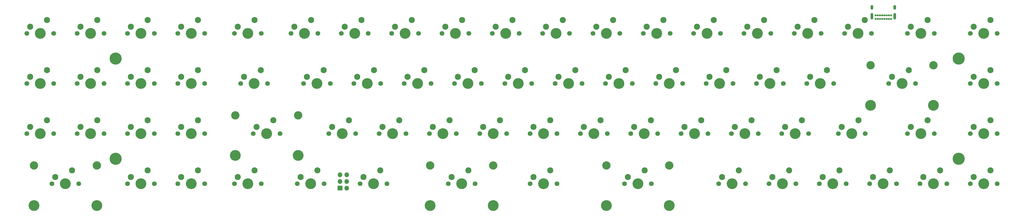
<source format=gbr>
G04 #@! TF.GenerationSoftware,KiCad,Pcbnew,(5.1.12)-1*
G04 #@! TF.CreationDate,2021-12-20T16:37:03-08:00*
G04 #@! TF.ProjectId,logboi,6c6f6762-6f69-42e6-9b69-6361645f7063,rev?*
G04 #@! TF.SameCoordinates,Original*
G04 #@! TF.FileFunction,Soldermask,Top*
G04 #@! TF.FilePolarity,Negative*
%FSLAX46Y46*%
G04 Gerber Fmt 4.6, Leading zero omitted, Abs format (unit mm)*
G04 Created by KiCad (PCBNEW (5.1.12)-1) date 2021-12-20 16:37:03*
%MOMM*%
%LPD*%
G01*
G04 APERTURE LIST*
%ADD10C,3.152000*%
%ADD11C,4.102000*%
%ADD12C,1.802000*%
%ADD13C,2.302000*%
%ADD14C,4.602000*%
%ADD15C,0.752000*%
%ADD16O,1.002000X2.502000*%
%ADD17O,1.002000X1.802000*%
%ADD18O,1.802000X1.802000*%
%ADD19C,0.100000*%
G04 APERTURE END LIST*
D10*
X368177500Y-41895000D03*
X344377500Y-41895000D03*
D11*
X344377500Y-57135000D03*
X368177500Y-57135000D03*
D12*
X361357500Y-48895000D03*
X351197500Y-48895000D03*
D11*
X356277500Y-48895000D03*
D13*
X352467500Y-46355000D03*
X358817500Y-43815000D03*
D10*
X268165000Y-79995000D03*
X244365000Y-79995000D03*
D11*
X244365000Y-95235000D03*
X268165000Y-95235000D03*
D12*
X261345000Y-86995000D03*
X251185000Y-86995000D03*
D11*
X256265000Y-86995000D03*
D13*
X252455000Y-84455000D03*
X258805000Y-81915000D03*
D12*
X368501250Y-67945000D03*
X358341250Y-67945000D03*
D11*
X363421250Y-67945000D03*
D13*
X359611250Y-65405000D03*
X365961250Y-62865000D03*
D12*
X368501250Y-29845000D03*
X358341250Y-29845000D03*
D11*
X363421250Y-29845000D03*
D13*
X359611250Y-27305000D03*
X365961250Y-24765000D03*
D14*
X377708750Y-77470000D03*
X58621250Y-39370000D03*
X58621250Y-77470000D03*
X377708750Y-39370000D03*
D12*
X292301250Y-48895000D03*
X282141250Y-48895000D03*
D11*
X287221250Y-48895000D03*
D13*
X283411250Y-46355000D03*
X289761250Y-43815000D03*
D15*
X347909550Y-24286400D03*
X346209550Y-24286400D03*
X347059550Y-24286400D03*
X348759550Y-24286400D03*
X349609550Y-24286400D03*
X350459550Y-24286400D03*
X351309550Y-24286400D03*
X352159550Y-24286400D03*
X346209550Y-22961400D03*
X347064550Y-22961400D03*
X347914550Y-22961400D03*
X348764550Y-22961400D03*
X349614550Y-22961400D03*
X350464550Y-22961400D03*
X351314550Y-22961400D03*
X352164550Y-22961400D03*
D16*
X344859550Y-23306400D03*
X353509550Y-23306400D03*
D17*
X344859550Y-19926400D03*
X353509550Y-19926400D03*
D12*
X137520000Y-86995000D03*
X127360000Y-86995000D03*
D11*
X132440000Y-86995000D03*
D13*
X128630000Y-84455000D03*
X134980000Y-81915000D03*
D10*
X127671250Y-60945000D03*
X103871250Y-60945000D03*
D11*
X103871250Y-76185000D03*
X127671250Y-76185000D03*
D12*
X120851250Y-67945000D03*
X110691250Y-67945000D03*
D11*
X115771250Y-67945000D03*
D13*
X111961250Y-65405000D03*
X118311250Y-62865000D03*
D12*
X116088750Y-48895000D03*
X105928750Y-48895000D03*
D11*
X111008750Y-48895000D03*
D13*
X107198750Y-46355000D03*
X113548750Y-43815000D03*
D12*
X113707500Y-29845000D03*
X103547500Y-29845000D03*
D11*
X108627500Y-29845000D03*
D13*
X104817500Y-27305000D03*
X111167500Y-24765000D03*
D12*
X230388750Y-29845000D03*
X220228750Y-29845000D03*
D11*
X225308750Y-29845000D03*
D13*
X221498750Y-27305000D03*
X227848750Y-24765000D03*
D12*
X225626250Y-86995000D03*
X215466250Y-86995000D03*
D11*
X220546250Y-86995000D03*
D13*
X216736250Y-84455000D03*
X223086250Y-81915000D03*
D10*
X201490000Y-79995000D03*
X177690000Y-79995000D03*
D11*
X177690000Y-95235000D03*
X201490000Y-95235000D03*
D12*
X194670000Y-86995000D03*
X184510000Y-86995000D03*
D11*
X189590000Y-86995000D03*
D13*
X185780000Y-84455000D03*
X192130000Y-81915000D03*
D12*
X392313750Y-86995000D03*
X382153750Y-86995000D03*
D11*
X387233750Y-86995000D03*
D13*
X383423750Y-84455000D03*
X389773750Y-81915000D03*
D12*
X392313750Y-67945000D03*
X382153750Y-67945000D03*
D11*
X387233750Y-67945000D03*
D13*
X383423750Y-65405000D03*
X389773750Y-62865000D03*
D12*
X392313750Y-48895000D03*
X382153750Y-48895000D03*
D11*
X387233750Y-48895000D03*
D13*
X383423750Y-46355000D03*
X389773750Y-43815000D03*
D12*
X392313750Y-29845000D03*
X382153750Y-29845000D03*
D11*
X387233750Y-29845000D03*
D13*
X383423750Y-27305000D03*
X389773750Y-24765000D03*
D12*
X35126250Y-29845000D03*
X24966250Y-29845000D03*
D11*
X30046250Y-29845000D03*
D13*
X26236250Y-27305000D03*
X32586250Y-24765000D03*
D12*
X54176250Y-29845000D03*
X44016250Y-29845000D03*
D11*
X49096250Y-29845000D03*
D13*
X45286250Y-27305000D03*
X51636250Y-24765000D03*
D12*
X73226250Y-29845000D03*
X63066250Y-29845000D03*
D11*
X68146250Y-29845000D03*
D13*
X64336250Y-27305000D03*
X70686250Y-24765000D03*
D12*
X92276250Y-29845000D03*
X82116250Y-29845000D03*
D11*
X87196250Y-29845000D03*
D13*
X83386250Y-27305000D03*
X89736250Y-24765000D03*
D12*
X135138750Y-29845000D03*
X124978750Y-29845000D03*
D11*
X130058750Y-29845000D03*
D13*
X126248750Y-27305000D03*
X132598750Y-24765000D03*
D12*
X154188750Y-29845000D03*
X144028750Y-29845000D03*
D11*
X149108750Y-29845000D03*
D13*
X145298750Y-27305000D03*
X151648750Y-24765000D03*
D12*
X173238750Y-29845000D03*
X163078750Y-29845000D03*
D11*
X168158750Y-29845000D03*
D13*
X164348750Y-27305000D03*
X170698750Y-24765000D03*
D12*
X192288750Y-29845000D03*
X182128750Y-29845000D03*
D11*
X187208750Y-29845000D03*
D13*
X183398750Y-27305000D03*
X189748750Y-24765000D03*
D12*
X211338750Y-29845000D03*
X201178750Y-29845000D03*
D11*
X206258750Y-29845000D03*
D13*
X202448750Y-27305000D03*
X208798750Y-24765000D03*
D12*
X249438750Y-29845000D03*
X239278750Y-29845000D03*
D11*
X244358750Y-29845000D03*
D13*
X240548750Y-27305000D03*
X246898750Y-24765000D03*
D12*
X268488750Y-29845000D03*
X258328750Y-29845000D03*
D11*
X263408750Y-29845000D03*
D13*
X259598750Y-27305000D03*
X265948750Y-24765000D03*
D12*
X287538750Y-29845000D03*
X277378750Y-29845000D03*
D11*
X282458750Y-29845000D03*
D13*
X278648750Y-27305000D03*
X284998750Y-24765000D03*
D12*
X306588750Y-29845000D03*
X296428750Y-29845000D03*
D11*
X301508750Y-29845000D03*
D13*
X297698750Y-27305000D03*
X304048750Y-24765000D03*
D12*
X325638750Y-29845000D03*
X315478750Y-29845000D03*
D11*
X320558750Y-29845000D03*
D13*
X316748750Y-27305000D03*
X323098750Y-24765000D03*
D12*
X344688750Y-29845000D03*
X334528750Y-29845000D03*
D11*
X339608750Y-29845000D03*
D13*
X335798750Y-27305000D03*
X342148750Y-24765000D03*
D12*
X35126250Y-48895000D03*
X24966250Y-48895000D03*
D11*
X30046250Y-48895000D03*
D13*
X26236250Y-46355000D03*
X32586250Y-43815000D03*
D12*
X54176250Y-48895000D03*
X44016250Y-48895000D03*
D11*
X49096250Y-48895000D03*
D13*
X45286250Y-46355000D03*
X51636250Y-43815000D03*
D12*
X73226250Y-48895000D03*
X63066250Y-48895000D03*
D11*
X68146250Y-48895000D03*
D13*
X64336250Y-46355000D03*
X70686250Y-43815000D03*
D12*
X92276250Y-48895000D03*
X82116250Y-48895000D03*
D11*
X87196250Y-48895000D03*
D13*
X83386250Y-46355000D03*
X89736250Y-43815000D03*
D12*
X139901250Y-48895000D03*
X129741250Y-48895000D03*
D11*
X134821250Y-48895000D03*
D13*
X131011250Y-46355000D03*
X137361250Y-43815000D03*
D12*
X158951250Y-48895000D03*
X148791250Y-48895000D03*
D11*
X153871250Y-48895000D03*
D13*
X150061250Y-46355000D03*
X156411250Y-43815000D03*
D12*
X178001250Y-48895000D03*
X167841250Y-48895000D03*
D11*
X172921250Y-48895000D03*
D13*
X169111250Y-46355000D03*
X175461250Y-43815000D03*
D12*
X197051250Y-48895000D03*
X186891250Y-48895000D03*
D11*
X191971250Y-48895000D03*
D13*
X188161250Y-46355000D03*
X194511250Y-43815000D03*
D12*
X216101250Y-48895000D03*
X205941250Y-48895000D03*
D11*
X211021250Y-48895000D03*
D13*
X207211250Y-46355000D03*
X213561250Y-43815000D03*
D12*
X235151250Y-48895000D03*
X224991250Y-48895000D03*
D11*
X230071250Y-48895000D03*
D13*
X226261250Y-46355000D03*
X232611250Y-43815000D03*
D12*
X254201250Y-48895000D03*
X244041250Y-48895000D03*
D11*
X249121250Y-48895000D03*
D13*
X245311250Y-46355000D03*
X251661250Y-43815000D03*
D12*
X273251250Y-48895000D03*
X263091250Y-48895000D03*
D11*
X268171250Y-48895000D03*
D13*
X264361250Y-46355000D03*
X270711250Y-43815000D03*
D12*
X311351250Y-48895000D03*
X301191250Y-48895000D03*
D11*
X306271250Y-48895000D03*
D13*
X302461250Y-46355000D03*
X308811250Y-43815000D03*
D12*
X330401250Y-48895000D03*
X320241250Y-48895000D03*
D11*
X325321250Y-48895000D03*
D13*
X321511250Y-46355000D03*
X327861250Y-43815000D03*
D12*
X35126250Y-67945000D03*
X24966250Y-67945000D03*
D11*
X30046250Y-67945000D03*
D13*
X26236250Y-65405000D03*
X32586250Y-62865000D03*
D12*
X54176250Y-67945000D03*
X44016250Y-67945000D03*
D11*
X49096250Y-67945000D03*
D13*
X45286250Y-65405000D03*
X51636250Y-62865000D03*
D12*
X73226250Y-67945000D03*
X63066250Y-67945000D03*
D11*
X68146250Y-67945000D03*
D13*
X64336250Y-65405000D03*
X70686250Y-62865000D03*
D12*
X92276250Y-67945000D03*
X82116250Y-67945000D03*
D11*
X87196250Y-67945000D03*
D13*
X83386250Y-65405000D03*
X89736250Y-62865000D03*
D12*
X149426250Y-67945000D03*
X139266250Y-67945000D03*
D11*
X144346250Y-67945000D03*
D13*
X140536250Y-65405000D03*
X146886250Y-62865000D03*
D12*
X168476250Y-67945000D03*
X158316250Y-67945000D03*
D11*
X163396250Y-67945000D03*
D13*
X159586250Y-65405000D03*
X165936250Y-62865000D03*
D12*
X187526250Y-67945000D03*
X177366250Y-67945000D03*
D11*
X182446250Y-67945000D03*
D13*
X178636250Y-65405000D03*
X184986250Y-62865000D03*
D12*
X206576250Y-67945000D03*
X196416250Y-67945000D03*
D11*
X201496250Y-67945000D03*
D13*
X197686250Y-65405000D03*
X204036250Y-62865000D03*
D12*
X225626250Y-67945000D03*
X215466250Y-67945000D03*
D11*
X220546250Y-67945000D03*
D13*
X216736250Y-65405000D03*
X223086250Y-62865000D03*
D12*
X244676250Y-67945000D03*
X234516250Y-67945000D03*
D11*
X239596250Y-67945000D03*
D13*
X235786250Y-65405000D03*
X242136250Y-62865000D03*
D12*
X263726250Y-67945000D03*
X253566250Y-67945000D03*
D11*
X258646250Y-67945000D03*
D13*
X254836250Y-65405000D03*
X261186250Y-62865000D03*
D12*
X282776250Y-67945000D03*
X272616250Y-67945000D03*
D11*
X277696250Y-67945000D03*
D13*
X273886250Y-65405000D03*
X280236250Y-62865000D03*
D12*
X301826250Y-67945000D03*
X291666250Y-67945000D03*
D11*
X296746250Y-67945000D03*
D13*
X292936250Y-65405000D03*
X299286250Y-62865000D03*
D12*
X320876250Y-67945000D03*
X310716250Y-67945000D03*
D11*
X315796250Y-67945000D03*
D13*
X311986250Y-65405000D03*
X318336250Y-62865000D03*
D12*
X342307500Y-67945000D03*
X332147500Y-67945000D03*
D11*
X337227500Y-67945000D03*
D13*
X333417500Y-65405000D03*
X339767500Y-62865000D03*
D10*
X51471250Y-79995000D03*
X27671250Y-79995000D03*
D11*
X27671250Y-95235000D03*
X51471250Y-95235000D03*
D12*
X44651250Y-86995000D03*
X34491250Y-86995000D03*
D11*
X39571250Y-86995000D03*
D13*
X35761250Y-84455000D03*
X42111250Y-81915000D03*
D12*
X73226250Y-86995000D03*
X63066250Y-86995000D03*
D11*
X68146250Y-86995000D03*
D13*
X64336250Y-84455000D03*
X70686250Y-81915000D03*
D12*
X92276250Y-86995000D03*
X82116250Y-86995000D03*
D11*
X87196250Y-86995000D03*
D13*
X83386250Y-84455000D03*
X89736250Y-81915000D03*
D12*
X113707500Y-86995000D03*
X103547500Y-86995000D03*
D11*
X108627500Y-86995000D03*
D13*
X104817500Y-84455000D03*
X111167500Y-81915000D03*
D12*
X161332500Y-86995000D03*
X151172500Y-86995000D03*
D11*
X156252500Y-86995000D03*
D13*
X152442500Y-84455000D03*
X158792500Y-81915000D03*
D12*
X297063750Y-86995000D03*
X286903750Y-86995000D03*
D11*
X291983750Y-86995000D03*
D13*
X288173750Y-84455000D03*
X294523750Y-81915000D03*
D12*
X316113750Y-86995000D03*
X305953750Y-86995000D03*
D11*
X311033750Y-86995000D03*
D13*
X307223750Y-84455000D03*
X313573750Y-81915000D03*
D12*
X335163750Y-86995000D03*
X325003750Y-86995000D03*
D11*
X330083750Y-86995000D03*
D13*
X326273750Y-84455000D03*
X332623750Y-81915000D03*
D12*
X354213750Y-86995000D03*
X344053750Y-86995000D03*
D11*
X349133750Y-86995000D03*
D13*
X345323750Y-84455000D03*
X351673750Y-81915000D03*
D12*
X373263750Y-86995000D03*
X363103750Y-86995000D03*
D11*
X368183750Y-86995000D03*
D13*
X364373750Y-84455000D03*
X370723750Y-81915000D03*
D18*
X146069050Y-83566000D03*
X143529050Y-83566000D03*
X146069050Y-86106000D03*
X143529050Y-86106000D03*
X146069050Y-88646000D03*
G36*
G01*
X142628050Y-89496000D02*
X142628050Y-87796000D01*
G75*
G02*
X142679050Y-87745000I51000J0D01*
G01*
X144379050Y-87745000D01*
G75*
G02*
X144430050Y-87796000I0J-51000D01*
G01*
X144430050Y-89496000D01*
G75*
G02*
X144379050Y-89547000I-51000J0D01*
G01*
X142679050Y-89547000D01*
G75*
G02*
X142628050Y-89496000I0J51000D01*
G01*
G37*
D19*
G36*
X347386060Y-24097951D02*
G01*
X347397584Y-24111993D01*
X347416221Y-24127288D01*
X347437484Y-24138653D01*
X347460559Y-24145653D01*
X347484550Y-24148016D01*
X347508542Y-24145653D01*
X347531616Y-24138653D01*
X347552880Y-24127288D01*
X347571517Y-24111992D01*
X347583040Y-24097951D01*
X347584912Y-24097247D01*
X347586458Y-24098516D01*
X347586249Y-24100331D01*
X347579721Y-24110102D01*
X347551664Y-24177835D01*
X347537361Y-24249745D01*
X347537361Y-24323055D01*
X347551664Y-24394965D01*
X347579721Y-24462698D01*
X347586249Y-24472469D01*
X347586380Y-24474465D01*
X347584717Y-24475576D01*
X347583040Y-24474849D01*
X347571516Y-24460807D01*
X347552879Y-24445512D01*
X347531616Y-24434147D01*
X347508541Y-24427147D01*
X347484550Y-24424784D01*
X347460558Y-24427147D01*
X347437484Y-24434147D01*
X347416220Y-24445512D01*
X347397583Y-24460808D01*
X347386060Y-24474849D01*
X347384188Y-24475553D01*
X347382642Y-24474284D01*
X347382851Y-24472469D01*
X347389379Y-24462698D01*
X347417436Y-24394965D01*
X347431739Y-24323055D01*
X347431739Y-24249745D01*
X347417436Y-24177835D01*
X347389379Y-24110102D01*
X347382851Y-24100331D01*
X347382720Y-24098335D01*
X347384383Y-24097224D01*
X347386060Y-24097951D01*
G37*
G36*
X348236060Y-24097951D02*
G01*
X348247584Y-24111993D01*
X348266221Y-24127288D01*
X348287484Y-24138653D01*
X348310559Y-24145653D01*
X348334550Y-24148016D01*
X348358542Y-24145653D01*
X348381616Y-24138653D01*
X348402880Y-24127288D01*
X348421517Y-24111992D01*
X348433040Y-24097951D01*
X348434912Y-24097247D01*
X348436458Y-24098516D01*
X348436249Y-24100331D01*
X348429721Y-24110102D01*
X348401664Y-24177835D01*
X348387361Y-24249745D01*
X348387361Y-24323055D01*
X348401664Y-24394965D01*
X348429721Y-24462698D01*
X348436249Y-24472469D01*
X348436380Y-24474465D01*
X348434717Y-24475576D01*
X348433040Y-24474849D01*
X348421516Y-24460807D01*
X348402879Y-24445512D01*
X348381616Y-24434147D01*
X348358541Y-24427147D01*
X348334550Y-24424784D01*
X348310558Y-24427147D01*
X348287484Y-24434147D01*
X348266220Y-24445512D01*
X348247583Y-24460808D01*
X348236060Y-24474849D01*
X348234188Y-24475553D01*
X348232642Y-24474284D01*
X348232851Y-24472469D01*
X348239379Y-24462698D01*
X348267436Y-24394965D01*
X348281739Y-24323055D01*
X348281739Y-24249745D01*
X348267436Y-24177835D01*
X348239379Y-24110102D01*
X348232851Y-24100331D01*
X348232720Y-24098335D01*
X348234383Y-24097224D01*
X348236060Y-24097951D01*
G37*
G36*
X351636060Y-24097951D02*
G01*
X351647584Y-24111993D01*
X351666221Y-24127288D01*
X351687484Y-24138653D01*
X351710559Y-24145653D01*
X351734550Y-24148016D01*
X351758542Y-24145653D01*
X351781616Y-24138653D01*
X351802880Y-24127288D01*
X351821517Y-24111992D01*
X351833040Y-24097951D01*
X351834912Y-24097247D01*
X351836458Y-24098516D01*
X351836249Y-24100331D01*
X351829721Y-24110102D01*
X351801664Y-24177835D01*
X351787361Y-24249745D01*
X351787361Y-24323055D01*
X351801664Y-24394965D01*
X351829721Y-24462698D01*
X351836249Y-24472469D01*
X351836380Y-24474465D01*
X351834717Y-24475576D01*
X351833040Y-24474849D01*
X351821516Y-24460807D01*
X351802879Y-24445512D01*
X351781616Y-24434147D01*
X351758541Y-24427147D01*
X351734550Y-24424784D01*
X351710558Y-24427147D01*
X351687484Y-24434147D01*
X351666220Y-24445512D01*
X351647583Y-24460808D01*
X351636060Y-24474849D01*
X351634188Y-24475553D01*
X351632642Y-24474284D01*
X351632851Y-24472469D01*
X351639379Y-24462698D01*
X351667436Y-24394965D01*
X351681739Y-24323055D01*
X351681739Y-24249745D01*
X351667436Y-24177835D01*
X351639379Y-24110102D01*
X351632851Y-24100331D01*
X351632720Y-24098335D01*
X351634383Y-24097224D01*
X351636060Y-24097951D01*
G37*
G36*
X350786060Y-24097951D02*
G01*
X350797584Y-24111993D01*
X350816221Y-24127288D01*
X350837484Y-24138653D01*
X350860559Y-24145653D01*
X350884550Y-24148016D01*
X350908542Y-24145653D01*
X350931616Y-24138653D01*
X350952880Y-24127288D01*
X350971517Y-24111992D01*
X350983040Y-24097951D01*
X350984912Y-24097247D01*
X350986458Y-24098516D01*
X350986249Y-24100331D01*
X350979721Y-24110102D01*
X350951664Y-24177835D01*
X350937361Y-24249745D01*
X350937361Y-24323055D01*
X350951664Y-24394965D01*
X350979721Y-24462698D01*
X350986249Y-24472469D01*
X350986380Y-24474465D01*
X350984717Y-24475576D01*
X350983040Y-24474849D01*
X350971516Y-24460807D01*
X350952879Y-24445512D01*
X350931616Y-24434147D01*
X350908541Y-24427147D01*
X350884550Y-24424784D01*
X350860558Y-24427147D01*
X350837484Y-24434147D01*
X350816220Y-24445512D01*
X350797583Y-24460808D01*
X350786060Y-24474849D01*
X350784188Y-24475553D01*
X350782642Y-24474284D01*
X350782851Y-24472469D01*
X350789379Y-24462698D01*
X350817436Y-24394965D01*
X350831739Y-24323055D01*
X350831739Y-24249745D01*
X350817436Y-24177835D01*
X350789379Y-24110102D01*
X350782851Y-24100331D01*
X350782720Y-24098335D01*
X350784383Y-24097224D01*
X350786060Y-24097951D01*
G37*
G36*
X349936060Y-24097951D02*
G01*
X349947584Y-24111993D01*
X349966221Y-24127288D01*
X349987484Y-24138653D01*
X350010559Y-24145653D01*
X350034550Y-24148016D01*
X350058542Y-24145653D01*
X350081616Y-24138653D01*
X350102880Y-24127288D01*
X350121517Y-24111992D01*
X350133040Y-24097951D01*
X350134912Y-24097247D01*
X350136458Y-24098516D01*
X350136249Y-24100331D01*
X350129721Y-24110102D01*
X350101664Y-24177835D01*
X350087361Y-24249745D01*
X350087361Y-24323055D01*
X350101664Y-24394965D01*
X350129721Y-24462698D01*
X350136249Y-24472469D01*
X350136380Y-24474465D01*
X350134717Y-24475576D01*
X350133040Y-24474849D01*
X350121516Y-24460807D01*
X350102879Y-24445512D01*
X350081616Y-24434147D01*
X350058541Y-24427147D01*
X350034550Y-24424784D01*
X350010558Y-24427147D01*
X349987484Y-24434147D01*
X349966220Y-24445512D01*
X349947583Y-24460808D01*
X349936060Y-24474849D01*
X349934188Y-24475553D01*
X349932642Y-24474284D01*
X349932851Y-24472469D01*
X349939379Y-24462698D01*
X349967436Y-24394965D01*
X349981739Y-24323055D01*
X349981739Y-24249745D01*
X349967436Y-24177835D01*
X349939379Y-24110102D01*
X349932851Y-24100331D01*
X349932720Y-24098335D01*
X349934383Y-24097224D01*
X349936060Y-24097951D01*
G37*
G36*
X349086060Y-24097951D02*
G01*
X349097584Y-24111993D01*
X349116221Y-24127288D01*
X349137484Y-24138653D01*
X349160559Y-24145653D01*
X349184550Y-24148016D01*
X349208542Y-24145653D01*
X349231616Y-24138653D01*
X349252880Y-24127288D01*
X349271517Y-24111992D01*
X349283040Y-24097951D01*
X349284912Y-24097247D01*
X349286458Y-24098516D01*
X349286249Y-24100331D01*
X349279721Y-24110102D01*
X349251664Y-24177835D01*
X349237361Y-24249745D01*
X349237361Y-24323055D01*
X349251664Y-24394965D01*
X349279721Y-24462698D01*
X349286249Y-24472469D01*
X349286380Y-24474465D01*
X349284717Y-24475576D01*
X349283040Y-24474849D01*
X349271516Y-24460807D01*
X349252879Y-24445512D01*
X349231616Y-24434147D01*
X349208541Y-24427147D01*
X349184550Y-24424784D01*
X349160558Y-24427147D01*
X349137484Y-24434147D01*
X349116220Y-24445512D01*
X349097583Y-24460808D01*
X349086060Y-24474849D01*
X349084188Y-24475553D01*
X349082642Y-24474284D01*
X349082851Y-24472469D01*
X349089379Y-24462698D01*
X349117436Y-24394965D01*
X349131739Y-24323055D01*
X349131739Y-24249745D01*
X349117436Y-24177835D01*
X349089379Y-24110102D01*
X349082851Y-24100331D01*
X349082720Y-24098335D01*
X349084383Y-24097224D01*
X349086060Y-24097951D01*
G37*
G36*
X346536060Y-24097951D02*
G01*
X346547584Y-24111993D01*
X346566221Y-24127288D01*
X346587484Y-24138653D01*
X346610559Y-24145653D01*
X346634550Y-24148016D01*
X346658542Y-24145653D01*
X346681616Y-24138653D01*
X346702880Y-24127288D01*
X346721517Y-24111992D01*
X346733040Y-24097951D01*
X346734912Y-24097247D01*
X346736458Y-24098516D01*
X346736249Y-24100331D01*
X346729721Y-24110102D01*
X346701664Y-24177835D01*
X346687361Y-24249745D01*
X346687361Y-24323055D01*
X346701664Y-24394965D01*
X346729721Y-24462698D01*
X346736249Y-24472469D01*
X346736380Y-24474465D01*
X346734717Y-24475576D01*
X346733040Y-24474849D01*
X346721516Y-24460807D01*
X346702879Y-24445512D01*
X346681616Y-24434147D01*
X346658541Y-24427147D01*
X346634550Y-24424784D01*
X346610558Y-24427147D01*
X346587484Y-24434147D01*
X346566220Y-24445512D01*
X346547583Y-24460808D01*
X346536060Y-24474849D01*
X346534188Y-24475553D01*
X346532642Y-24474284D01*
X346532851Y-24472469D01*
X346539379Y-24462698D01*
X346567436Y-24394965D01*
X346581739Y-24323055D01*
X346581739Y-24249745D01*
X346567436Y-24177835D01*
X346539379Y-24110102D01*
X346532851Y-24100331D01*
X346532720Y-24098335D01*
X346534383Y-24097224D01*
X346536060Y-24097951D01*
G37*
G36*
X351641060Y-22772951D02*
G01*
X351652584Y-22786993D01*
X351671221Y-22802288D01*
X351692484Y-22813653D01*
X351715559Y-22820653D01*
X351739550Y-22823016D01*
X351763542Y-22820653D01*
X351786616Y-22813653D01*
X351807880Y-22802288D01*
X351826517Y-22786992D01*
X351838040Y-22772951D01*
X351839912Y-22772247D01*
X351841458Y-22773516D01*
X351841249Y-22775331D01*
X351834721Y-22785102D01*
X351806664Y-22852835D01*
X351792361Y-22924745D01*
X351792361Y-22998055D01*
X351806664Y-23069965D01*
X351834721Y-23137698D01*
X351841249Y-23147469D01*
X351841380Y-23149465D01*
X351839717Y-23150576D01*
X351838040Y-23149849D01*
X351826516Y-23135807D01*
X351807879Y-23120512D01*
X351786616Y-23109147D01*
X351763541Y-23102147D01*
X351739550Y-23099784D01*
X351715558Y-23102147D01*
X351692484Y-23109147D01*
X351671220Y-23120512D01*
X351652583Y-23135808D01*
X351641060Y-23149849D01*
X351639188Y-23150553D01*
X351637642Y-23149284D01*
X351637851Y-23147469D01*
X351644379Y-23137698D01*
X351672436Y-23069965D01*
X351686739Y-22998055D01*
X351686739Y-22924745D01*
X351672436Y-22852835D01*
X351644379Y-22785102D01*
X351637851Y-22775331D01*
X351637720Y-22773335D01*
X351639383Y-22772224D01*
X351641060Y-22772951D01*
G37*
G36*
X347391060Y-22772951D02*
G01*
X347402584Y-22786993D01*
X347421221Y-22802288D01*
X347442484Y-22813653D01*
X347465559Y-22820653D01*
X347489550Y-22823016D01*
X347513542Y-22820653D01*
X347536616Y-22813653D01*
X347557880Y-22802288D01*
X347576517Y-22786992D01*
X347588040Y-22772951D01*
X347589912Y-22772247D01*
X347591458Y-22773516D01*
X347591249Y-22775331D01*
X347584721Y-22785102D01*
X347556664Y-22852835D01*
X347542361Y-22924745D01*
X347542361Y-22998055D01*
X347556664Y-23069965D01*
X347584721Y-23137698D01*
X347591249Y-23147469D01*
X347591380Y-23149465D01*
X347589717Y-23150576D01*
X347588040Y-23149849D01*
X347576516Y-23135807D01*
X347557879Y-23120512D01*
X347536616Y-23109147D01*
X347513541Y-23102147D01*
X347489550Y-23099784D01*
X347465558Y-23102147D01*
X347442484Y-23109147D01*
X347421220Y-23120512D01*
X347402583Y-23135808D01*
X347391060Y-23149849D01*
X347389188Y-23150553D01*
X347387642Y-23149284D01*
X347387851Y-23147469D01*
X347394379Y-23137698D01*
X347422436Y-23069965D01*
X347436739Y-22998055D01*
X347436739Y-22924745D01*
X347422436Y-22852835D01*
X347394379Y-22785102D01*
X347387851Y-22775331D01*
X347387720Y-22773335D01*
X347389383Y-22772224D01*
X347391060Y-22772951D01*
G37*
G36*
X349091060Y-22772951D02*
G01*
X349102584Y-22786993D01*
X349121221Y-22802288D01*
X349142484Y-22813653D01*
X349165559Y-22820653D01*
X349189550Y-22823016D01*
X349213542Y-22820653D01*
X349236616Y-22813653D01*
X349257880Y-22802288D01*
X349276517Y-22786992D01*
X349288040Y-22772951D01*
X349289912Y-22772247D01*
X349291458Y-22773516D01*
X349291249Y-22775331D01*
X349284721Y-22785102D01*
X349256664Y-22852835D01*
X349242361Y-22924745D01*
X349242361Y-22998055D01*
X349256664Y-23069965D01*
X349284721Y-23137698D01*
X349291249Y-23147469D01*
X349291380Y-23149465D01*
X349289717Y-23150576D01*
X349288040Y-23149849D01*
X349276516Y-23135807D01*
X349257879Y-23120512D01*
X349236616Y-23109147D01*
X349213541Y-23102147D01*
X349189550Y-23099784D01*
X349165558Y-23102147D01*
X349142484Y-23109147D01*
X349121220Y-23120512D01*
X349102583Y-23135808D01*
X349091060Y-23149849D01*
X349089188Y-23150553D01*
X349087642Y-23149284D01*
X349087851Y-23147469D01*
X349094379Y-23137698D01*
X349122436Y-23069965D01*
X349136739Y-22998055D01*
X349136739Y-22924745D01*
X349122436Y-22852835D01*
X349094379Y-22785102D01*
X349087851Y-22775331D01*
X349087720Y-22773335D01*
X349089383Y-22772224D01*
X349091060Y-22772951D01*
G37*
G36*
X348241060Y-22772951D02*
G01*
X348252584Y-22786993D01*
X348271221Y-22802288D01*
X348292484Y-22813653D01*
X348315559Y-22820653D01*
X348339550Y-22823016D01*
X348363542Y-22820653D01*
X348386616Y-22813653D01*
X348407880Y-22802288D01*
X348426517Y-22786992D01*
X348438040Y-22772951D01*
X348439912Y-22772247D01*
X348441458Y-22773516D01*
X348441249Y-22775331D01*
X348434721Y-22785102D01*
X348406664Y-22852835D01*
X348392361Y-22924745D01*
X348392361Y-22998055D01*
X348406664Y-23069965D01*
X348434721Y-23137698D01*
X348441249Y-23147469D01*
X348441380Y-23149465D01*
X348439717Y-23150576D01*
X348438040Y-23149849D01*
X348426516Y-23135807D01*
X348407879Y-23120512D01*
X348386616Y-23109147D01*
X348363541Y-23102147D01*
X348339550Y-23099784D01*
X348315558Y-23102147D01*
X348292484Y-23109147D01*
X348271220Y-23120512D01*
X348252583Y-23135808D01*
X348241060Y-23149849D01*
X348239188Y-23150553D01*
X348237642Y-23149284D01*
X348237851Y-23147469D01*
X348244379Y-23137698D01*
X348272436Y-23069965D01*
X348286739Y-22998055D01*
X348286739Y-22924745D01*
X348272436Y-22852835D01*
X348244379Y-22785102D01*
X348237851Y-22775331D01*
X348237720Y-22773335D01*
X348239383Y-22772224D01*
X348241060Y-22772951D01*
G37*
G36*
X350791060Y-22772951D02*
G01*
X350802584Y-22786993D01*
X350821221Y-22802288D01*
X350842484Y-22813653D01*
X350865559Y-22820653D01*
X350889550Y-22823016D01*
X350913542Y-22820653D01*
X350936616Y-22813653D01*
X350957880Y-22802288D01*
X350976517Y-22786992D01*
X350988040Y-22772951D01*
X350989912Y-22772247D01*
X350991458Y-22773516D01*
X350991249Y-22775331D01*
X350984721Y-22785102D01*
X350956664Y-22852835D01*
X350942361Y-22924745D01*
X350942361Y-22998055D01*
X350956664Y-23069965D01*
X350984721Y-23137698D01*
X350991249Y-23147469D01*
X350991380Y-23149465D01*
X350989717Y-23150576D01*
X350988040Y-23149849D01*
X350976516Y-23135807D01*
X350957879Y-23120512D01*
X350936616Y-23109147D01*
X350913541Y-23102147D01*
X350889550Y-23099784D01*
X350865558Y-23102147D01*
X350842484Y-23109147D01*
X350821220Y-23120512D01*
X350802583Y-23135808D01*
X350791060Y-23149849D01*
X350789188Y-23150553D01*
X350787642Y-23149284D01*
X350787851Y-23147469D01*
X350794379Y-23137698D01*
X350822436Y-23069965D01*
X350836739Y-22998055D01*
X350836739Y-22924745D01*
X350822436Y-22852835D01*
X350794379Y-22785102D01*
X350787851Y-22775331D01*
X350787720Y-22773335D01*
X350789383Y-22772224D01*
X350791060Y-22772951D01*
G37*
G36*
X349941060Y-22772951D02*
G01*
X349952584Y-22786993D01*
X349971221Y-22802288D01*
X349992484Y-22813653D01*
X350015559Y-22820653D01*
X350039550Y-22823016D01*
X350063542Y-22820653D01*
X350086616Y-22813653D01*
X350107880Y-22802288D01*
X350126517Y-22786992D01*
X350138040Y-22772951D01*
X350139912Y-22772247D01*
X350141458Y-22773516D01*
X350141249Y-22775331D01*
X350134721Y-22785102D01*
X350106664Y-22852835D01*
X350092361Y-22924745D01*
X350092361Y-22998055D01*
X350106664Y-23069965D01*
X350134721Y-23137698D01*
X350141249Y-23147469D01*
X350141380Y-23149465D01*
X350139717Y-23150576D01*
X350138040Y-23149849D01*
X350126516Y-23135807D01*
X350107879Y-23120512D01*
X350086616Y-23109147D01*
X350063541Y-23102147D01*
X350039550Y-23099784D01*
X350015558Y-23102147D01*
X349992484Y-23109147D01*
X349971220Y-23120512D01*
X349952583Y-23135808D01*
X349941060Y-23149849D01*
X349939188Y-23150553D01*
X349937642Y-23149284D01*
X349937851Y-23147469D01*
X349944379Y-23137698D01*
X349972436Y-23069965D01*
X349986739Y-22998055D01*
X349986739Y-22924745D01*
X349972436Y-22852835D01*
X349944379Y-22785102D01*
X349937851Y-22775331D01*
X349937720Y-22773335D01*
X349939383Y-22772224D01*
X349941060Y-22772951D01*
G37*
G36*
X346538557Y-22776689D02*
G01*
X346550084Y-22790734D01*
X346568721Y-22806029D01*
X346589985Y-22817394D01*
X346613060Y-22824394D01*
X346637051Y-22826757D01*
X346661042Y-22824394D01*
X346684117Y-22817394D01*
X346705381Y-22806028D01*
X346724017Y-22790733D01*
X346735543Y-22776689D01*
X346737415Y-22775985D01*
X346738961Y-22777254D01*
X346738752Y-22779069D01*
X346734721Y-22785102D01*
X346706664Y-22852835D01*
X346692361Y-22924745D01*
X346692361Y-22998055D01*
X346706664Y-23069965D01*
X346734721Y-23137698D01*
X346738752Y-23143731D01*
X346738883Y-23145727D01*
X346737220Y-23146838D01*
X346735543Y-23146111D01*
X346724016Y-23132066D01*
X346705379Y-23116771D01*
X346684115Y-23105406D01*
X346661040Y-23098406D01*
X346637049Y-23096043D01*
X346613058Y-23098406D01*
X346589983Y-23105406D01*
X346568719Y-23116772D01*
X346550083Y-23132067D01*
X346538557Y-23146111D01*
X346536685Y-23146815D01*
X346535139Y-23145546D01*
X346535348Y-23143731D01*
X346539379Y-23137698D01*
X346567436Y-23069965D01*
X346581739Y-22998055D01*
X346581739Y-22924745D01*
X346567436Y-22852835D01*
X346539379Y-22785102D01*
X346535348Y-22779069D01*
X346535217Y-22777073D01*
X346536880Y-22775962D01*
X346538557Y-22776689D01*
G37*
M02*

</source>
